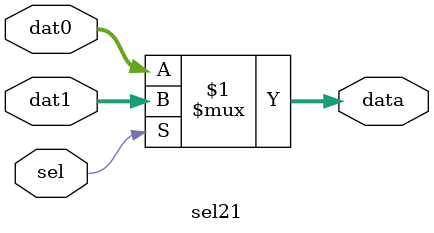
<source format=v>

module sel21(
    input sel,
    input [31:0]dat0,
    input [31:0]dat1,
    output [31:0]data
);
assign data=sel?dat1:dat0;
endmodule // sel21
</source>
